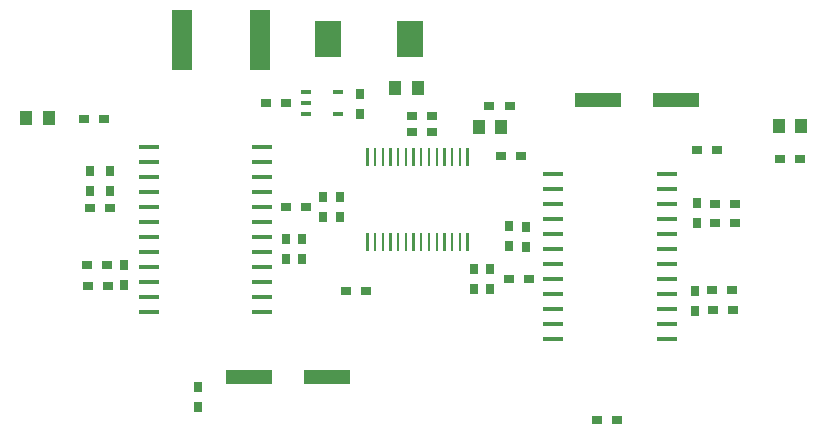
<source format=gbr>
G04 DipTrace 2.4.0.2*
%INTopPaste.gbr*%
%MOIN*%
%ADD46R,0.0707X0.0156*%
%ADD48R,0.0353X0.0156*%
%ADD56R,0.0431X0.051*%
%ADD63R,0.0707X0.2006*%
%ADD69R,0.0865X0.1219*%
%ADD71R,0.152X0.048*%
%ADD73R,0.0313X0.0353*%
%ADD75R,0.0353X0.0313*%
%FSLAX44Y44*%
G04*
G70*
G90*
G75*
G01*
%LNTopPaste*%
%LPD*%
D75*
X12706Y15159D3*
X13375D3*
D73*
X15852Y15479D3*
Y14809D3*
D75*
X17601Y14715D3*
X18270D3*
X17599Y14210D3*
X18268D3*
X16069Y8908D3*
X15400D3*
X13372Y11713D3*
X14041D3*
X21485Y9291D3*
X20816D3*
D73*
X10454Y5702D3*
Y5033D3*
D75*
X27078Y13612D3*
X27747D3*
D71*
X23801Y15249D3*
X26401D3*
X14743Y6020D3*
X12143D3*
D73*
X13909Y9971D3*
Y10640D3*
X20817Y11050D3*
Y10381D3*
X15177Y12022D3*
Y11352D3*
X19668Y8976D3*
Y9645D3*
X6844Y12908D3*
Y12239D3*
D75*
X27609Y8266D3*
X28278D3*
X7441Y9079D3*
X6772D3*
X27675Y11802D3*
X28344D3*
D69*
X14785Y17280D3*
X17521D3*
D63*
X12528Y17264D3*
X9907Y17263D3*
D56*
X5475Y14649D3*
X4727D3*
X30561Y14386D3*
X29813D3*
X17775Y15658D3*
X17027D3*
D75*
X20543Y13392D3*
X21213D3*
X20170Y15076D3*
X20840D3*
X6654Y14645D3*
X7323D3*
X30529Y13284D3*
X29860D3*
D73*
X7512Y12906D3*
Y12237D3*
X27006Y8240D3*
Y8909D3*
D75*
X6842Y11653D3*
X7511D3*
X28265Y8928D3*
X27596D3*
D73*
X14635Y11350D3*
Y12019D3*
X20202Y9632D3*
Y8963D3*
X13372Y10629D3*
Y9960D3*
X21389Y10368D3*
Y11037D3*
X7982Y9760D3*
Y9090D3*
X27078Y11174D3*
Y11844D3*
D75*
X6754Y9756D3*
X7423D3*
X28342Y11160D3*
X27673D3*
X23757Y4599D3*
X24426D3*
D56*
X20553Y14374D3*
X19805D3*
D48*
X14042Y15540D3*
Y15166D3*
Y14792D3*
X15105D3*
Y15540D3*
G36*
X16146Y10215D2*
X16068D1*
Y10844D1*
X16146D1*
Y10215D1*
G37*
G36*
X16401D2*
X16324D1*
Y10844D1*
X16401D1*
Y10215D1*
G37*
G36*
X16657D2*
X16580D1*
Y10844D1*
X16657D1*
Y10215D1*
G37*
G36*
X16913D2*
X16836D1*
Y10844D1*
X16913D1*
Y10215D1*
G37*
G36*
X17169D2*
X17092D1*
Y10844D1*
X17169D1*
Y10215D1*
G37*
G36*
X17425D2*
X17348D1*
Y10844D1*
X17425D1*
Y10215D1*
G37*
G36*
X17681D2*
X17604D1*
Y10844D1*
X17681D1*
Y10215D1*
G37*
G36*
X17937D2*
X17860D1*
Y10844D1*
X17937D1*
Y10215D1*
G37*
G36*
X18193D2*
X18116D1*
Y10844D1*
X18193D1*
Y10215D1*
G37*
G36*
X18449D2*
X18372D1*
Y10844D1*
X18449D1*
Y10215D1*
G37*
G36*
X18705D2*
X18627D1*
Y10844D1*
X18705D1*
Y10215D1*
G37*
G36*
X18961D2*
X18883D1*
Y10844D1*
X18961D1*
Y10215D1*
G37*
G36*
X19216D2*
X19139D1*
Y10844D1*
X19216D1*
Y10215D1*
G37*
G36*
X19472D2*
X19395D1*
Y10844D1*
X19472D1*
Y10215D1*
G37*
G36*
Y13050D2*
X19395D1*
Y13679D1*
X19472D1*
Y13050D1*
G37*
G36*
X19216D2*
X19139D1*
Y13678D1*
X19216D1*
Y13050D1*
G37*
G36*
X18961D2*
X18883D1*
Y13678D1*
X18961D1*
Y13050D1*
G37*
G36*
X18705D2*
X18627D1*
Y13678D1*
X18705D1*
Y13050D1*
G37*
G36*
X18449D2*
X18372D1*
Y13678D1*
X18449D1*
Y13050D1*
G37*
G36*
X18193D2*
X18116D1*
Y13678D1*
X18193D1*
Y13050D1*
G37*
G36*
X17937D2*
X17860D1*
Y13678D1*
X17937D1*
Y13050D1*
G37*
G36*
X17681D2*
X17604D1*
Y13678D1*
X17681D1*
Y13050D1*
G37*
G36*
X17425D2*
X17348D1*
Y13678D1*
X17425D1*
Y13050D1*
G37*
G36*
X17169D2*
X17092D1*
Y13678D1*
X17169D1*
Y13050D1*
G37*
G36*
X16913D2*
X16836D1*
Y13678D1*
X16913D1*
Y13050D1*
G37*
G36*
X16657D2*
X16580D1*
Y13678D1*
X16657D1*
Y13050D1*
G37*
G36*
X16401D2*
X16324D1*
Y13678D1*
X16401D1*
Y13050D1*
G37*
G36*
X16146D2*
X16068D1*
Y13678D1*
X16146D1*
Y13050D1*
G37*
D46*
X12586Y8182D3*
Y8682D3*
Y9182D3*
Y9682D3*
Y10182D3*
Y10682D3*
Y11182D3*
Y11682D3*
Y12182D3*
Y12682D3*
Y13182D3*
Y13682D3*
X8807D3*
Y13182D3*
Y12682D3*
Y12182D3*
Y11682D3*
Y11182D3*
Y10682D3*
Y10182D3*
Y9682D3*
Y9182D3*
Y8682D3*
Y8182D3*
X22301Y12794D3*
Y12294D3*
Y11794D3*
Y11294D3*
Y10794D3*
Y10294D3*
Y9794D3*
Y9294D3*
Y8794D3*
Y8294D3*
Y7794D3*
Y7294D3*
X26080D3*
Y7794D3*
Y8294D3*
Y8794D3*
Y9294D3*
Y9794D3*
Y10294D3*
Y10794D3*
Y11294D3*
Y11794D3*
Y12294D3*
Y12794D3*
M02*

</source>
